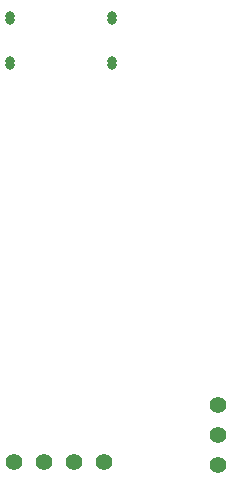
<source format=gbr>
%TF.GenerationSoftware,KiCad,Pcbnew,9.0.4*%
%TF.CreationDate,2025-09-15T18:49:41+02:00*%
%TF.ProjectId,pomodoro_timer,706f6d6f-646f-4726-9f5f-74696d65722e,rev?*%
%TF.SameCoordinates,Original*%
%TF.FileFunction,Plated,1,2,PTH,Drill*%
%TF.FilePolarity,Positive*%
%FSLAX46Y46*%
G04 Gerber Fmt 4.6, Leading zero omitted, Abs format (unit mm)*
G04 Created by KiCad (PCBNEW 9.0.4) date 2025-09-15 18:49:41*
%MOMM*%
%LPD*%
G01*
G04 APERTURE LIST*
%TA.AperFunction,ComponentDrill*%
%ADD10C,0.800000*%
%TD*%
%TA.AperFunction,ComponentDrill*%
%ADD11C,1.400000*%
%TD*%
G04 APERTURE END LIST*
D10*
%TO.C,J3*%
X93430000Y-83612500D03*
X93430000Y-84012500D03*
X93430000Y-87412500D03*
X93430000Y-87812500D03*
X102070000Y-83612500D03*
X102070000Y-84012500D03*
X102070000Y-87412500D03*
X102070000Y-87812500D03*
D11*
%TO.C,J2*%
X93716000Y-121370000D03*
X96256000Y-121370000D03*
X98796000Y-121370000D03*
X101336000Y-121370000D03*
%TO.C,J1*%
X110998000Y-116586000D03*
X110998000Y-119126000D03*
X110998000Y-121666000D03*
M02*

</source>
